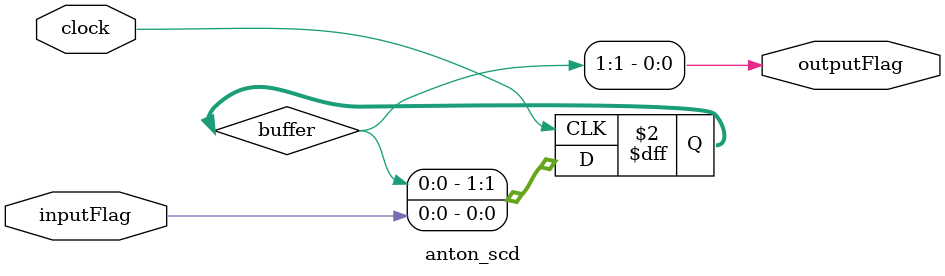
<source format=v>

module anton_scd(
    input  inputFlag,
    input  clock,
    output outputFlag
);

reg [1:0] buffer;

always @(posedge clock) begin 
    buffer[1] <= buffer[0];
    buffer[0] <= inputFlag;
end

assign outputFlag = buffer[1];

endmodule
</source>
